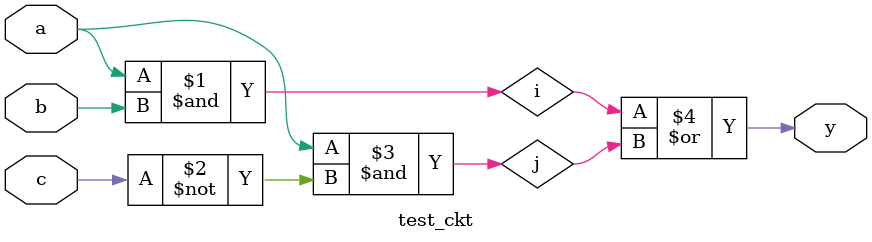
<source format=v>
`timescale 1ns / 1ps


module test_ckt(
input a,b,c, 
output y
    );
    
    wire i,j;
    assign i = a & b; 
    assign j = a & ~c;
    assign y = i|j;
    
endmodule

</source>
